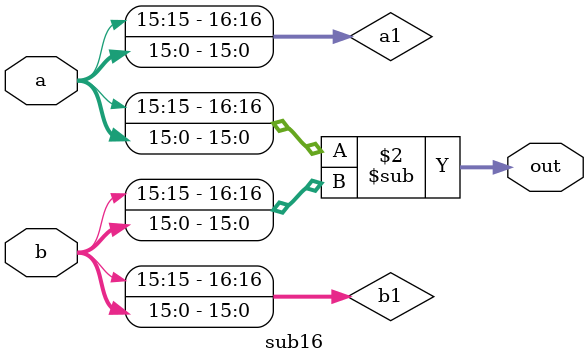
<source format=v>
`timescale 1ns / 1ps

module sub16(a,b,out); 
input[15:0] a,b; 
output[16:0] out; 
reg[16:0] out; 
wire[16:0] a1={a[15],a[15:0]}; 
wire[16:0] b1={b[15],b[15:0]}; 
always @(a1 or b1) 
begin 
 out = a1-b1; 
end 
endmodule
</source>
